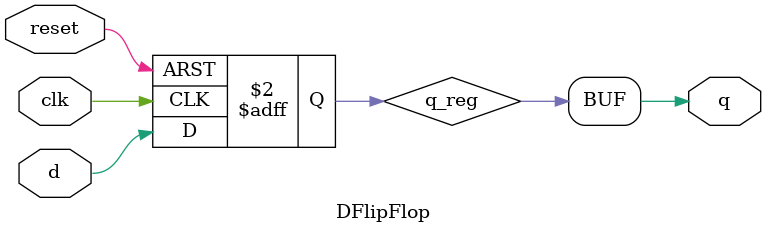
<source format=v>
`timescale 1ns / 1ps


module DFlipFlop(
    input clk,
    input reset,
    input d,
    output wire q
    );
    reg q_reg;
    always @(posedge clk or posedge reset) begin
        if(reset)
            q_reg = 0;
        else
            q_reg = d;
    end
    assign q = q_reg;
    
    specify
        $setup(d, clk, 2);
        $hold(clk, d, 0);
    endspecify
endmodule

</source>
